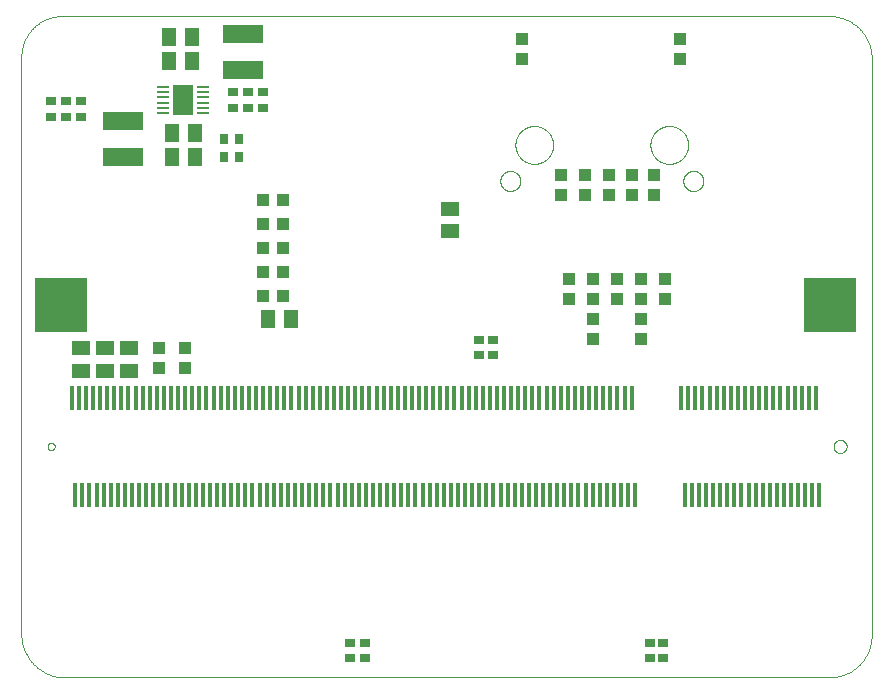
<source format=gbp>
G75*
%MOIN*%
%OFA0B0*%
%FSLAX25Y25*%
%IPPOS*%
%LPD*%
%AMOC8*
5,1,8,0,0,1.08239X$1,22.5*
%
%ADD10C,0.00000*%
%ADD11R,0.01378X0.07874*%
%ADD12R,0.17717X0.18110*%
%ADD13R,0.03937X0.00984*%
%ADD14R,0.06693X0.09843*%
%ADD15R,0.13780X0.05906*%
%ADD16R,0.02756X0.03543*%
%ADD17R,0.03543X0.02756*%
%ADD18R,0.05118X0.05906*%
%ADD19R,0.05906X0.05118*%
%ADD20R,0.04331X0.03937*%
%ADD21R,0.03937X0.04331*%
D10*
X0015673Y0001500D02*
X0270791Y0001500D01*
X0271133Y0001504D01*
X0271476Y0001517D01*
X0271818Y0001537D01*
X0272159Y0001566D01*
X0272499Y0001603D01*
X0272839Y0001649D01*
X0273177Y0001702D01*
X0273514Y0001764D01*
X0273849Y0001834D01*
X0274183Y0001912D01*
X0274514Y0001998D01*
X0274844Y0002092D01*
X0275171Y0002194D01*
X0275495Y0002303D01*
X0275817Y0002421D01*
X0276136Y0002546D01*
X0276451Y0002679D01*
X0276764Y0002820D01*
X0277072Y0002968D01*
X0277378Y0003123D01*
X0277679Y0003286D01*
X0277976Y0003456D01*
X0278269Y0003633D01*
X0278558Y0003818D01*
X0278842Y0004009D01*
X0279122Y0004207D01*
X0279396Y0004411D01*
X0279666Y0004623D01*
X0279930Y0004840D01*
X0280189Y0005064D01*
X0280443Y0005295D01*
X0280691Y0005531D01*
X0280933Y0005773D01*
X0281169Y0006021D01*
X0281400Y0006275D01*
X0281624Y0006534D01*
X0281841Y0006798D01*
X0282053Y0007068D01*
X0282257Y0007342D01*
X0282455Y0007622D01*
X0282646Y0007906D01*
X0282831Y0008195D01*
X0283008Y0008488D01*
X0283178Y0008785D01*
X0283341Y0009086D01*
X0283496Y0009392D01*
X0283644Y0009700D01*
X0283785Y0010013D01*
X0283918Y0010328D01*
X0284043Y0010647D01*
X0284161Y0010969D01*
X0284270Y0011293D01*
X0284372Y0011620D01*
X0284466Y0011950D01*
X0284552Y0012281D01*
X0284630Y0012615D01*
X0284700Y0012950D01*
X0284762Y0013287D01*
X0284815Y0013625D01*
X0284861Y0013965D01*
X0284898Y0014305D01*
X0284927Y0014646D01*
X0284947Y0014988D01*
X0284960Y0015331D01*
X0284964Y0015673D01*
X0284965Y0015673D02*
X0284965Y0207799D01*
X0284964Y0207799D02*
X0284960Y0208141D01*
X0284947Y0208484D01*
X0284927Y0208826D01*
X0284898Y0209167D01*
X0284861Y0209507D01*
X0284815Y0209847D01*
X0284762Y0210185D01*
X0284700Y0210522D01*
X0284630Y0210857D01*
X0284552Y0211191D01*
X0284466Y0211522D01*
X0284372Y0211852D01*
X0284270Y0212179D01*
X0284161Y0212503D01*
X0284043Y0212825D01*
X0283918Y0213144D01*
X0283785Y0213459D01*
X0283644Y0213772D01*
X0283496Y0214080D01*
X0283341Y0214386D01*
X0283178Y0214687D01*
X0283008Y0214984D01*
X0282831Y0215277D01*
X0282646Y0215566D01*
X0282455Y0215850D01*
X0282257Y0216130D01*
X0282053Y0216404D01*
X0281841Y0216674D01*
X0281624Y0216938D01*
X0281400Y0217197D01*
X0281169Y0217451D01*
X0280933Y0217699D01*
X0280691Y0217941D01*
X0280443Y0218177D01*
X0280189Y0218408D01*
X0279930Y0218632D01*
X0279666Y0218849D01*
X0279396Y0219061D01*
X0279122Y0219265D01*
X0278842Y0219463D01*
X0278558Y0219654D01*
X0278269Y0219839D01*
X0277976Y0220016D01*
X0277679Y0220186D01*
X0277378Y0220349D01*
X0277072Y0220504D01*
X0276764Y0220652D01*
X0276451Y0220793D01*
X0276136Y0220926D01*
X0275817Y0221051D01*
X0275495Y0221169D01*
X0275171Y0221278D01*
X0274844Y0221380D01*
X0274514Y0221474D01*
X0274183Y0221560D01*
X0273849Y0221638D01*
X0273514Y0221708D01*
X0273177Y0221770D01*
X0272839Y0221823D01*
X0272499Y0221869D01*
X0272159Y0221906D01*
X0271818Y0221935D01*
X0271476Y0221955D01*
X0271133Y0221968D01*
X0270791Y0221972D01*
X0015673Y0221972D01*
X0001500Y0208799D02*
X0001500Y0016673D01*
X0001492Y0016318D01*
X0001492Y0015963D01*
X0001502Y0015609D01*
X0001520Y0015254D01*
X0001546Y0014901D01*
X0001581Y0014548D01*
X0001625Y0014195D01*
X0001677Y0013845D01*
X0001737Y0013495D01*
X0001806Y0013147D01*
X0001884Y0012801D01*
X0001969Y0012456D01*
X0002063Y0012114D01*
X0002165Y0011774D01*
X0002276Y0011437D01*
X0002394Y0011103D01*
X0002521Y0010771D01*
X0002655Y0010443D01*
X0002798Y0010118D01*
X0002948Y0009797D01*
X0003106Y0009479D01*
X0003271Y0009165D01*
X0003445Y0008855D01*
X0003625Y0008550D01*
X0003813Y0008249D01*
X0004008Y0007953D01*
X0004210Y0007661D01*
X0004419Y0007375D01*
X0004635Y0007093D01*
X0004858Y0006817D01*
X0005088Y0006546D01*
X0005323Y0006281D01*
X0005566Y0006022D01*
X0005814Y0005769D01*
X0006068Y0005521D01*
X0006329Y0005280D01*
X0006595Y0005046D01*
X0006867Y0004817D01*
X0007144Y0004596D01*
X0007426Y0004381D01*
X0007714Y0004173D01*
X0008006Y0003972D01*
X0008303Y0003778D01*
X0008605Y0003592D01*
X0008911Y0003413D01*
X0009222Y0003241D01*
X0009536Y0003077D01*
X0009855Y0002920D01*
X0010177Y0002771D01*
X0010502Y0002630D01*
X0010831Y0002497D01*
X0011163Y0002372D01*
X0011498Y0002255D01*
X0011836Y0002146D01*
X0012176Y0002046D01*
X0012518Y0001953D01*
X0012863Y0001869D01*
X0013210Y0001793D01*
X0013558Y0001726D01*
X0013908Y0001667D01*
X0014259Y0001616D01*
X0014611Y0001574D01*
X0014965Y0001541D01*
X0015319Y0001516D01*
X0015673Y0001500D01*
X0010260Y0078500D02*
X0010262Y0078569D01*
X0010268Y0078637D01*
X0010278Y0078705D01*
X0010292Y0078772D01*
X0010310Y0078839D01*
X0010331Y0078904D01*
X0010357Y0078968D01*
X0010386Y0079030D01*
X0010418Y0079090D01*
X0010454Y0079149D01*
X0010494Y0079205D01*
X0010536Y0079259D01*
X0010582Y0079310D01*
X0010631Y0079359D01*
X0010682Y0079405D01*
X0010736Y0079447D01*
X0010792Y0079487D01*
X0010850Y0079523D01*
X0010911Y0079555D01*
X0010973Y0079584D01*
X0011037Y0079610D01*
X0011102Y0079631D01*
X0011169Y0079649D01*
X0011236Y0079663D01*
X0011304Y0079673D01*
X0011372Y0079679D01*
X0011441Y0079681D01*
X0011510Y0079679D01*
X0011578Y0079673D01*
X0011646Y0079663D01*
X0011713Y0079649D01*
X0011780Y0079631D01*
X0011845Y0079610D01*
X0011909Y0079584D01*
X0011971Y0079555D01*
X0012031Y0079523D01*
X0012090Y0079487D01*
X0012146Y0079447D01*
X0012200Y0079405D01*
X0012251Y0079359D01*
X0012300Y0079310D01*
X0012346Y0079259D01*
X0012388Y0079205D01*
X0012428Y0079149D01*
X0012464Y0079090D01*
X0012496Y0079030D01*
X0012525Y0078968D01*
X0012551Y0078904D01*
X0012572Y0078839D01*
X0012590Y0078772D01*
X0012604Y0078705D01*
X0012614Y0078637D01*
X0012620Y0078569D01*
X0012622Y0078500D01*
X0012620Y0078431D01*
X0012614Y0078363D01*
X0012604Y0078295D01*
X0012590Y0078228D01*
X0012572Y0078161D01*
X0012551Y0078096D01*
X0012525Y0078032D01*
X0012496Y0077970D01*
X0012464Y0077909D01*
X0012428Y0077851D01*
X0012388Y0077795D01*
X0012346Y0077741D01*
X0012300Y0077690D01*
X0012251Y0077641D01*
X0012200Y0077595D01*
X0012146Y0077553D01*
X0012090Y0077513D01*
X0012032Y0077477D01*
X0011971Y0077445D01*
X0011909Y0077416D01*
X0011845Y0077390D01*
X0011780Y0077369D01*
X0011713Y0077351D01*
X0011646Y0077337D01*
X0011578Y0077327D01*
X0011510Y0077321D01*
X0011441Y0077319D01*
X0011372Y0077321D01*
X0011304Y0077327D01*
X0011236Y0077337D01*
X0011169Y0077351D01*
X0011102Y0077369D01*
X0011037Y0077390D01*
X0010973Y0077416D01*
X0010911Y0077445D01*
X0010850Y0077477D01*
X0010792Y0077513D01*
X0010736Y0077553D01*
X0010682Y0077595D01*
X0010631Y0077641D01*
X0010582Y0077690D01*
X0010536Y0077741D01*
X0010494Y0077795D01*
X0010454Y0077851D01*
X0010418Y0077909D01*
X0010386Y0077970D01*
X0010357Y0078032D01*
X0010331Y0078096D01*
X0010310Y0078161D01*
X0010292Y0078228D01*
X0010278Y0078295D01*
X0010268Y0078363D01*
X0010262Y0078431D01*
X0010260Y0078500D01*
X0161142Y0166992D02*
X0161144Y0167107D01*
X0161150Y0167223D01*
X0161160Y0167338D01*
X0161174Y0167453D01*
X0161192Y0167567D01*
X0161214Y0167680D01*
X0161239Y0167793D01*
X0161269Y0167904D01*
X0161302Y0168015D01*
X0161339Y0168124D01*
X0161380Y0168232D01*
X0161425Y0168339D01*
X0161473Y0168444D01*
X0161525Y0168547D01*
X0161581Y0168648D01*
X0161640Y0168748D01*
X0161702Y0168845D01*
X0161768Y0168940D01*
X0161836Y0169033D01*
X0161908Y0169123D01*
X0161983Y0169211D01*
X0162062Y0169296D01*
X0162143Y0169378D01*
X0162226Y0169458D01*
X0162313Y0169534D01*
X0162402Y0169608D01*
X0162493Y0169678D01*
X0162587Y0169746D01*
X0162683Y0169810D01*
X0162782Y0169870D01*
X0162882Y0169927D01*
X0162984Y0169981D01*
X0163088Y0170031D01*
X0163194Y0170078D01*
X0163301Y0170121D01*
X0163410Y0170160D01*
X0163520Y0170195D01*
X0163631Y0170226D01*
X0163743Y0170254D01*
X0163856Y0170278D01*
X0163970Y0170298D01*
X0164085Y0170314D01*
X0164200Y0170326D01*
X0164315Y0170334D01*
X0164430Y0170338D01*
X0164546Y0170338D01*
X0164661Y0170334D01*
X0164776Y0170326D01*
X0164891Y0170314D01*
X0165006Y0170298D01*
X0165120Y0170278D01*
X0165233Y0170254D01*
X0165345Y0170226D01*
X0165456Y0170195D01*
X0165566Y0170160D01*
X0165675Y0170121D01*
X0165782Y0170078D01*
X0165888Y0170031D01*
X0165992Y0169981D01*
X0166094Y0169927D01*
X0166194Y0169870D01*
X0166293Y0169810D01*
X0166389Y0169746D01*
X0166483Y0169678D01*
X0166574Y0169608D01*
X0166663Y0169534D01*
X0166750Y0169458D01*
X0166833Y0169378D01*
X0166914Y0169296D01*
X0166993Y0169211D01*
X0167068Y0169123D01*
X0167140Y0169033D01*
X0167208Y0168940D01*
X0167274Y0168845D01*
X0167336Y0168748D01*
X0167395Y0168648D01*
X0167451Y0168547D01*
X0167503Y0168444D01*
X0167551Y0168339D01*
X0167596Y0168232D01*
X0167637Y0168124D01*
X0167674Y0168015D01*
X0167707Y0167904D01*
X0167737Y0167793D01*
X0167762Y0167680D01*
X0167784Y0167567D01*
X0167802Y0167453D01*
X0167816Y0167338D01*
X0167826Y0167223D01*
X0167832Y0167107D01*
X0167834Y0166992D01*
X0167832Y0166877D01*
X0167826Y0166761D01*
X0167816Y0166646D01*
X0167802Y0166531D01*
X0167784Y0166417D01*
X0167762Y0166304D01*
X0167737Y0166191D01*
X0167707Y0166080D01*
X0167674Y0165969D01*
X0167637Y0165860D01*
X0167596Y0165752D01*
X0167551Y0165645D01*
X0167503Y0165540D01*
X0167451Y0165437D01*
X0167395Y0165336D01*
X0167336Y0165236D01*
X0167274Y0165139D01*
X0167208Y0165044D01*
X0167140Y0164951D01*
X0167068Y0164861D01*
X0166993Y0164773D01*
X0166914Y0164688D01*
X0166833Y0164606D01*
X0166750Y0164526D01*
X0166663Y0164450D01*
X0166574Y0164376D01*
X0166483Y0164306D01*
X0166389Y0164238D01*
X0166293Y0164174D01*
X0166194Y0164114D01*
X0166094Y0164057D01*
X0165992Y0164003D01*
X0165888Y0163953D01*
X0165782Y0163906D01*
X0165675Y0163863D01*
X0165566Y0163824D01*
X0165456Y0163789D01*
X0165345Y0163758D01*
X0165233Y0163730D01*
X0165120Y0163706D01*
X0165006Y0163686D01*
X0164891Y0163670D01*
X0164776Y0163658D01*
X0164661Y0163650D01*
X0164546Y0163646D01*
X0164430Y0163646D01*
X0164315Y0163650D01*
X0164200Y0163658D01*
X0164085Y0163670D01*
X0163970Y0163686D01*
X0163856Y0163706D01*
X0163743Y0163730D01*
X0163631Y0163758D01*
X0163520Y0163789D01*
X0163410Y0163824D01*
X0163301Y0163863D01*
X0163194Y0163906D01*
X0163088Y0163953D01*
X0162984Y0164003D01*
X0162882Y0164057D01*
X0162782Y0164114D01*
X0162683Y0164174D01*
X0162587Y0164238D01*
X0162493Y0164306D01*
X0162402Y0164376D01*
X0162313Y0164450D01*
X0162226Y0164526D01*
X0162143Y0164606D01*
X0162062Y0164688D01*
X0161983Y0164773D01*
X0161908Y0164861D01*
X0161836Y0164951D01*
X0161768Y0165044D01*
X0161702Y0165139D01*
X0161640Y0165236D01*
X0161581Y0165336D01*
X0161525Y0165437D01*
X0161473Y0165540D01*
X0161425Y0165645D01*
X0161380Y0165752D01*
X0161339Y0165860D01*
X0161302Y0165969D01*
X0161269Y0166080D01*
X0161239Y0166191D01*
X0161214Y0166304D01*
X0161192Y0166417D01*
X0161174Y0166531D01*
X0161160Y0166646D01*
X0161150Y0166761D01*
X0161144Y0166877D01*
X0161142Y0166992D01*
X0166201Y0179000D02*
X0166203Y0179158D01*
X0166209Y0179316D01*
X0166219Y0179474D01*
X0166233Y0179632D01*
X0166251Y0179789D01*
X0166272Y0179946D01*
X0166298Y0180102D01*
X0166328Y0180258D01*
X0166361Y0180413D01*
X0166399Y0180566D01*
X0166440Y0180719D01*
X0166485Y0180871D01*
X0166534Y0181022D01*
X0166587Y0181171D01*
X0166643Y0181319D01*
X0166703Y0181465D01*
X0166767Y0181610D01*
X0166835Y0181753D01*
X0166906Y0181895D01*
X0166980Y0182035D01*
X0167058Y0182172D01*
X0167140Y0182308D01*
X0167224Y0182442D01*
X0167313Y0182573D01*
X0167404Y0182702D01*
X0167499Y0182829D01*
X0167596Y0182954D01*
X0167697Y0183076D01*
X0167801Y0183195D01*
X0167908Y0183312D01*
X0168018Y0183426D01*
X0168131Y0183537D01*
X0168246Y0183646D01*
X0168364Y0183751D01*
X0168485Y0183853D01*
X0168608Y0183953D01*
X0168734Y0184049D01*
X0168862Y0184142D01*
X0168992Y0184232D01*
X0169125Y0184318D01*
X0169260Y0184402D01*
X0169396Y0184481D01*
X0169535Y0184558D01*
X0169676Y0184630D01*
X0169818Y0184700D01*
X0169962Y0184765D01*
X0170108Y0184827D01*
X0170255Y0184885D01*
X0170404Y0184940D01*
X0170554Y0184991D01*
X0170705Y0185038D01*
X0170857Y0185081D01*
X0171010Y0185120D01*
X0171165Y0185156D01*
X0171320Y0185187D01*
X0171476Y0185215D01*
X0171632Y0185239D01*
X0171789Y0185259D01*
X0171947Y0185275D01*
X0172104Y0185287D01*
X0172263Y0185295D01*
X0172421Y0185299D01*
X0172579Y0185299D01*
X0172737Y0185295D01*
X0172896Y0185287D01*
X0173053Y0185275D01*
X0173211Y0185259D01*
X0173368Y0185239D01*
X0173524Y0185215D01*
X0173680Y0185187D01*
X0173835Y0185156D01*
X0173990Y0185120D01*
X0174143Y0185081D01*
X0174295Y0185038D01*
X0174446Y0184991D01*
X0174596Y0184940D01*
X0174745Y0184885D01*
X0174892Y0184827D01*
X0175038Y0184765D01*
X0175182Y0184700D01*
X0175324Y0184630D01*
X0175465Y0184558D01*
X0175604Y0184481D01*
X0175740Y0184402D01*
X0175875Y0184318D01*
X0176008Y0184232D01*
X0176138Y0184142D01*
X0176266Y0184049D01*
X0176392Y0183953D01*
X0176515Y0183853D01*
X0176636Y0183751D01*
X0176754Y0183646D01*
X0176869Y0183537D01*
X0176982Y0183426D01*
X0177092Y0183312D01*
X0177199Y0183195D01*
X0177303Y0183076D01*
X0177404Y0182954D01*
X0177501Y0182829D01*
X0177596Y0182702D01*
X0177687Y0182573D01*
X0177776Y0182442D01*
X0177860Y0182308D01*
X0177942Y0182172D01*
X0178020Y0182035D01*
X0178094Y0181895D01*
X0178165Y0181753D01*
X0178233Y0181610D01*
X0178297Y0181465D01*
X0178357Y0181319D01*
X0178413Y0181171D01*
X0178466Y0181022D01*
X0178515Y0180871D01*
X0178560Y0180719D01*
X0178601Y0180566D01*
X0178639Y0180413D01*
X0178672Y0180258D01*
X0178702Y0180102D01*
X0178728Y0179946D01*
X0178749Y0179789D01*
X0178767Y0179632D01*
X0178781Y0179474D01*
X0178791Y0179316D01*
X0178797Y0179158D01*
X0178799Y0179000D01*
X0178797Y0178842D01*
X0178791Y0178684D01*
X0178781Y0178526D01*
X0178767Y0178368D01*
X0178749Y0178211D01*
X0178728Y0178054D01*
X0178702Y0177898D01*
X0178672Y0177742D01*
X0178639Y0177587D01*
X0178601Y0177434D01*
X0178560Y0177281D01*
X0178515Y0177129D01*
X0178466Y0176978D01*
X0178413Y0176829D01*
X0178357Y0176681D01*
X0178297Y0176535D01*
X0178233Y0176390D01*
X0178165Y0176247D01*
X0178094Y0176105D01*
X0178020Y0175965D01*
X0177942Y0175828D01*
X0177860Y0175692D01*
X0177776Y0175558D01*
X0177687Y0175427D01*
X0177596Y0175298D01*
X0177501Y0175171D01*
X0177404Y0175046D01*
X0177303Y0174924D01*
X0177199Y0174805D01*
X0177092Y0174688D01*
X0176982Y0174574D01*
X0176869Y0174463D01*
X0176754Y0174354D01*
X0176636Y0174249D01*
X0176515Y0174147D01*
X0176392Y0174047D01*
X0176266Y0173951D01*
X0176138Y0173858D01*
X0176008Y0173768D01*
X0175875Y0173682D01*
X0175740Y0173598D01*
X0175604Y0173519D01*
X0175465Y0173442D01*
X0175324Y0173370D01*
X0175182Y0173300D01*
X0175038Y0173235D01*
X0174892Y0173173D01*
X0174745Y0173115D01*
X0174596Y0173060D01*
X0174446Y0173009D01*
X0174295Y0172962D01*
X0174143Y0172919D01*
X0173990Y0172880D01*
X0173835Y0172844D01*
X0173680Y0172813D01*
X0173524Y0172785D01*
X0173368Y0172761D01*
X0173211Y0172741D01*
X0173053Y0172725D01*
X0172896Y0172713D01*
X0172737Y0172705D01*
X0172579Y0172701D01*
X0172421Y0172701D01*
X0172263Y0172705D01*
X0172104Y0172713D01*
X0171947Y0172725D01*
X0171789Y0172741D01*
X0171632Y0172761D01*
X0171476Y0172785D01*
X0171320Y0172813D01*
X0171165Y0172844D01*
X0171010Y0172880D01*
X0170857Y0172919D01*
X0170705Y0172962D01*
X0170554Y0173009D01*
X0170404Y0173060D01*
X0170255Y0173115D01*
X0170108Y0173173D01*
X0169962Y0173235D01*
X0169818Y0173300D01*
X0169676Y0173370D01*
X0169535Y0173442D01*
X0169396Y0173519D01*
X0169260Y0173598D01*
X0169125Y0173682D01*
X0168992Y0173768D01*
X0168862Y0173858D01*
X0168734Y0173951D01*
X0168608Y0174047D01*
X0168485Y0174147D01*
X0168364Y0174249D01*
X0168246Y0174354D01*
X0168131Y0174463D01*
X0168018Y0174574D01*
X0167908Y0174688D01*
X0167801Y0174805D01*
X0167697Y0174924D01*
X0167596Y0175046D01*
X0167499Y0175171D01*
X0167404Y0175298D01*
X0167313Y0175427D01*
X0167224Y0175558D01*
X0167140Y0175692D01*
X0167058Y0175828D01*
X0166980Y0175965D01*
X0166906Y0176105D01*
X0166835Y0176247D01*
X0166767Y0176390D01*
X0166703Y0176535D01*
X0166643Y0176681D01*
X0166587Y0176829D01*
X0166534Y0176978D01*
X0166485Y0177129D01*
X0166440Y0177281D01*
X0166399Y0177434D01*
X0166361Y0177587D01*
X0166328Y0177742D01*
X0166298Y0177898D01*
X0166272Y0178054D01*
X0166251Y0178211D01*
X0166233Y0178368D01*
X0166219Y0178526D01*
X0166209Y0178684D01*
X0166203Y0178842D01*
X0166201Y0179000D01*
X0211201Y0179000D02*
X0211203Y0179158D01*
X0211209Y0179316D01*
X0211219Y0179474D01*
X0211233Y0179632D01*
X0211251Y0179789D01*
X0211272Y0179946D01*
X0211298Y0180102D01*
X0211328Y0180258D01*
X0211361Y0180413D01*
X0211399Y0180566D01*
X0211440Y0180719D01*
X0211485Y0180871D01*
X0211534Y0181022D01*
X0211587Y0181171D01*
X0211643Y0181319D01*
X0211703Y0181465D01*
X0211767Y0181610D01*
X0211835Y0181753D01*
X0211906Y0181895D01*
X0211980Y0182035D01*
X0212058Y0182172D01*
X0212140Y0182308D01*
X0212224Y0182442D01*
X0212313Y0182573D01*
X0212404Y0182702D01*
X0212499Y0182829D01*
X0212596Y0182954D01*
X0212697Y0183076D01*
X0212801Y0183195D01*
X0212908Y0183312D01*
X0213018Y0183426D01*
X0213131Y0183537D01*
X0213246Y0183646D01*
X0213364Y0183751D01*
X0213485Y0183853D01*
X0213608Y0183953D01*
X0213734Y0184049D01*
X0213862Y0184142D01*
X0213992Y0184232D01*
X0214125Y0184318D01*
X0214260Y0184402D01*
X0214396Y0184481D01*
X0214535Y0184558D01*
X0214676Y0184630D01*
X0214818Y0184700D01*
X0214962Y0184765D01*
X0215108Y0184827D01*
X0215255Y0184885D01*
X0215404Y0184940D01*
X0215554Y0184991D01*
X0215705Y0185038D01*
X0215857Y0185081D01*
X0216010Y0185120D01*
X0216165Y0185156D01*
X0216320Y0185187D01*
X0216476Y0185215D01*
X0216632Y0185239D01*
X0216789Y0185259D01*
X0216947Y0185275D01*
X0217104Y0185287D01*
X0217263Y0185295D01*
X0217421Y0185299D01*
X0217579Y0185299D01*
X0217737Y0185295D01*
X0217896Y0185287D01*
X0218053Y0185275D01*
X0218211Y0185259D01*
X0218368Y0185239D01*
X0218524Y0185215D01*
X0218680Y0185187D01*
X0218835Y0185156D01*
X0218990Y0185120D01*
X0219143Y0185081D01*
X0219295Y0185038D01*
X0219446Y0184991D01*
X0219596Y0184940D01*
X0219745Y0184885D01*
X0219892Y0184827D01*
X0220038Y0184765D01*
X0220182Y0184700D01*
X0220324Y0184630D01*
X0220465Y0184558D01*
X0220604Y0184481D01*
X0220740Y0184402D01*
X0220875Y0184318D01*
X0221008Y0184232D01*
X0221138Y0184142D01*
X0221266Y0184049D01*
X0221392Y0183953D01*
X0221515Y0183853D01*
X0221636Y0183751D01*
X0221754Y0183646D01*
X0221869Y0183537D01*
X0221982Y0183426D01*
X0222092Y0183312D01*
X0222199Y0183195D01*
X0222303Y0183076D01*
X0222404Y0182954D01*
X0222501Y0182829D01*
X0222596Y0182702D01*
X0222687Y0182573D01*
X0222776Y0182442D01*
X0222860Y0182308D01*
X0222942Y0182172D01*
X0223020Y0182035D01*
X0223094Y0181895D01*
X0223165Y0181753D01*
X0223233Y0181610D01*
X0223297Y0181465D01*
X0223357Y0181319D01*
X0223413Y0181171D01*
X0223466Y0181022D01*
X0223515Y0180871D01*
X0223560Y0180719D01*
X0223601Y0180566D01*
X0223639Y0180413D01*
X0223672Y0180258D01*
X0223702Y0180102D01*
X0223728Y0179946D01*
X0223749Y0179789D01*
X0223767Y0179632D01*
X0223781Y0179474D01*
X0223791Y0179316D01*
X0223797Y0179158D01*
X0223799Y0179000D01*
X0223797Y0178842D01*
X0223791Y0178684D01*
X0223781Y0178526D01*
X0223767Y0178368D01*
X0223749Y0178211D01*
X0223728Y0178054D01*
X0223702Y0177898D01*
X0223672Y0177742D01*
X0223639Y0177587D01*
X0223601Y0177434D01*
X0223560Y0177281D01*
X0223515Y0177129D01*
X0223466Y0176978D01*
X0223413Y0176829D01*
X0223357Y0176681D01*
X0223297Y0176535D01*
X0223233Y0176390D01*
X0223165Y0176247D01*
X0223094Y0176105D01*
X0223020Y0175965D01*
X0222942Y0175828D01*
X0222860Y0175692D01*
X0222776Y0175558D01*
X0222687Y0175427D01*
X0222596Y0175298D01*
X0222501Y0175171D01*
X0222404Y0175046D01*
X0222303Y0174924D01*
X0222199Y0174805D01*
X0222092Y0174688D01*
X0221982Y0174574D01*
X0221869Y0174463D01*
X0221754Y0174354D01*
X0221636Y0174249D01*
X0221515Y0174147D01*
X0221392Y0174047D01*
X0221266Y0173951D01*
X0221138Y0173858D01*
X0221008Y0173768D01*
X0220875Y0173682D01*
X0220740Y0173598D01*
X0220604Y0173519D01*
X0220465Y0173442D01*
X0220324Y0173370D01*
X0220182Y0173300D01*
X0220038Y0173235D01*
X0219892Y0173173D01*
X0219745Y0173115D01*
X0219596Y0173060D01*
X0219446Y0173009D01*
X0219295Y0172962D01*
X0219143Y0172919D01*
X0218990Y0172880D01*
X0218835Y0172844D01*
X0218680Y0172813D01*
X0218524Y0172785D01*
X0218368Y0172761D01*
X0218211Y0172741D01*
X0218053Y0172725D01*
X0217896Y0172713D01*
X0217737Y0172705D01*
X0217579Y0172701D01*
X0217421Y0172701D01*
X0217263Y0172705D01*
X0217104Y0172713D01*
X0216947Y0172725D01*
X0216789Y0172741D01*
X0216632Y0172761D01*
X0216476Y0172785D01*
X0216320Y0172813D01*
X0216165Y0172844D01*
X0216010Y0172880D01*
X0215857Y0172919D01*
X0215705Y0172962D01*
X0215554Y0173009D01*
X0215404Y0173060D01*
X0215255Y0173115D01*
X0215108Y0173173D01*
X0214962Y0173235D01*
X0214818Y0173300D01*
X0214676Y0173370D01*
X0214535Y0173442D01*
X0214396Y0173519D01*
X0214260Y0173598D01*
X0214125Y0173682D01*
X0213992Y0173768D01*
X0213862Y0173858D01*
X0213734Y0173951D01*
X0213608Y0174047D01*
X0213485Y0174147D01*
X0213364Y0174249D01*
X0213246Y0174354D01*
X0213131Y0174463D01*
X0213018Y0174574D01*
X0212908Y0174688D01*
X0212801Y0174805D01*
X0212697Y0174924D01*
X0212596Y0175046D01*
X0212499Y0175171D01*
X0212404Y0175298D01*
X0212313Y0175427D01*
X0212224Y0175558D01*
X0212140Y0175692D01*
X0212058Y0175828D01*
X0211980Y0175965D01*
X0211906Y0176105D01*
X0211835Y0176247D01*
X0211767Y0176390D01*
X0211703Y0176535D01*
X0211643Y0176681D01*
X0211587Y0176829D01*
X0211534Y0176978D01*
X0211485Y0177129D01*
X0211440Y0177281D01*
X0211399Y0177434D01*
X0211361Y0177587D01*
X0211328Y0177742D01*
X0211298Y0177898D01*
X0211272Y0178054D01*
X0211251Y0178211D01*
X0211233Y0178368D01*
X0211219Y0178526D01*
X0211209Y0178684D01*
X0211203Y0178842D01*
X0211201Y0179000D01*
X0222166Y0166992D02*
X0222168Y0167107D01*
X0222174Y0167223D01*
X0222184Y0167338D01*
X0222198Y0167453D01*
X0222216Y0167567D01*
X0222238Y0167680D01*
X0222263Y0167793D01*
X0222293Y0167904D01*
X0222326Y0168015D01*
X0222363Y0168124D01*
X0222404Y0168232D01*
X0222449Y0168339D01*
X0222497Y0168444D01*
X0222549Y0168547D01*
X0222605Y0168648D01*
X0222664Y0168748D01*
X0222726Y0168845D01*
X0222792Y0168940D01*
X0222860Y0169033D01*
X0222932Y0169123D01*
X0223007Y0169211D01*
X0223086Y0169296D01*
X0223167Y0169378D01*
X0223250Y0169458D01*
X0223337Y0169534D01*
X0223426Y0169608D01*
X0223517Y0169678D01*
X0223611Y0169746D01*
X0223707Y0169810D01*
X0223806Y0169870D01*
X0223906Y0169927D01*
X0224008Y0169981D01*
X0224112Y0170031D01*
X0224218Y0170078D01*
X0224325Y0170121D01*
X0224434Y0170160D01*
X0224544Y0170195D01*
X0224655Y0170226D01*
X0224767Y0170254D01*
X0224880Y0170278D01*
X0224994Y0170298D01*
X0225109Y0170314D01*
X0225224Y0170326D01*
X0225339Y0170334D01*
X0225454Y0170338D01*
X0225570Y0170338D01*
X0225685Y0170334D01*
X0225800Y0170326D01*
X0225915Y0170314D01*
X0226030Y0170298D01*
X0226144Y0170278D01*
X0226257Y0170254D01*
X0226369Y0170226D01*
X0226480Y0170195D01*
X0226590Y0170160D01*
X0226699Y0170121D01*
X0226806Y0170078D01*
X0226912Y0170031D01*
X0227016Y0169981D01*
X0227118Y0169927D01*
X0227218Y0169870D01*
X0227317Y0169810D01*
X0227413Y0169746D01*
X0227507Y0169678D01*
X0227598Y0169608D01*
X0227687Y0169534D01*
X0227774Y0169458D01*
X0227857Y0169378D01*
X0227938Y0169296D01*
X0228017Y0169211D01*
X0228092Y0169123D01*
X0228164Y0169033D01*
X0228232Y0168940D01*
X0228298Y0168845D01*
X0228360Y0168748D01*
X0228419Y0168648D01*
X0228475Y0168547D01*
X0228527Y0168444D01*
X0228575Y0168339D01*
X0228620Y0168232D01*
X0228661Y0168124D01*
X0228698Y0168015D01*
X0228731Y0167904D01*
X0228761Y0167793D01*
X0228786Y0167680D01*
X0228808Y0167567D01*
X0228826Y0167453D01*
X0228840Y0167338D01*
X0228850Y0167223D01*
X0228856Y0167107D01*
X0228858Y0166992D01*
X0228856Y0166877D01*
X0228850Y0166761D01*
X0228840Y0166646D01*
X0228826Y0166531D01*
X0228808Y0166417D01*
X0228786Y0166304D01*
X0228761Y0166191D01*
X0228731Y0166080D01*
X0228698Y0165969D01*
X0228661Y0165860D01*
X0228620Y0165752D01*
X0228575Y0165645D01*
X0228527Y0165540D01*
X0228475Y0165437D01*
X0228419Y0165336D01*
X0228360Y0165236D01*
X0228298Y0165139D01*
X0228232Y0165044D01*
X0228164Y0164951D01*
X0228092Y0164861D01*
X0228017Y0164773D01*
X0227938Y0164688D01*
X0227857Y0164606D01*
X0227774Y0164526D01*
X0227687Y0164450D01*
X0227598Y0164376D01*
X0227507Y0164306D01*
X0227413Y0164238D01*
X0227317Y0164174D01*
X0227218Y0164114D01*
X0227118Y0164057D01*
X0227016Y0164003D01*
X0226912Y0163953D01*
X0226806Y0163906D01*
X0226699Y0163863D01*
X0226590Y0163824D01*
X0226480Y0163789D01*
X0226369Y0163758D01*
X0226257Y0163730D01*
X0226144Y0163706D01*
X0226030Y0163686D01*
X0225915Y0163670D01*
X0225800Y0163658D01*
X0225685Y0163650D01*
X0225570Y0163646D01*
X0225454Y0163646D01*
X0225339Y0163650D01*
X0225224Y0163658D01*
X0225109Y0163670D01*
X0224994Y0163686D01*
X0224880Y0163706D01*
X0224767Y0163730D01*
X0224655Y0163758D01*
X0224544Y0163789D01*
X0224434Y0163824D01*
X0224325Y0163863D01*
X0224218Y0163906D01*
X0224112Y0163953D01*
X0224008Y0164003D01*
X0223906Y0164057D01*
X0223806Y0164114D01*
X0223707Y0164174D01*
X0223611Y0164238D01*
X0223517Y0164306D01*
X0223426Y0164376D01*
X0223337Y0164450D01*
X0223250Y0164526D01*
X0223167Y0164606D01*
X0223086Y0164688D01*
X0223007Y0164773D01*
X0222932Y0164861D01*
X0222860Y0164951D01*
X0222792Y0165044D01*
X0222726Y0165139D01*
X0222664Y0165236D01*
X0222605Y0165336D01*
X0222549Y0165437D01*
X0222497Y0165540D01*
X0222449Y0165645D01*
X0222404Y0165752D01*
X0222363Y0165860D01*
X0222326Y0165969D01*
X0222293Y0166080D01*
X0222263Y0166191D01*
X0222238Y0166304D01*
X0222216Y0166417D01*
X0222198Y0166531D01*
X0222184Y0166646D01*
X0222174Y0166761D01*
X0222168Y0166877D01*
X0222166Y0166992D01*
X0272268Y0078500D02*
X0272270Y0078593D01*
X0272276Y0078685D01*
X0272286Y0078777D01*
X0272300Y0078868D01*
X0272317Y0078959D01*
X0272339Y0079049D01*
X0272364Y0079138D01*
X0272393Y0079226D01*
X0272426Y0079312D01*
X0272463Y0079397D01*
X0272503Y0079481D01*
X0272547Y0079562D01*
X0272594Y0079642D01*
X0272644Y0079720D01*
X0272698Y0079795D01*
X0272755Y0079868D01*
X0272815Y0079938D01*
X0272878Y0080006D01*
X0272944Y0080071D01*
X0273012Y0080133D01*
X0273083Y0080193D01*
X0273157Y0080249D01*
X0273233Y0080302D01*
X0273311Y0080351D01*
X0273391Y0080398D01*
X0273473Y0080440D01*
X0273557Y0080480D01*
X0273642Y0080515D01*
X0273729Y0080547D01*
X0273817Y0080576D01*
X0273906Y0080600D01*
X0273996Y0080621D01*
X0274087Y0080637D01*
X0274179Y0080650D01*
X0274271Y0080659D01*
X0274364Y0080664D01*
X0274456Y0080665D01*
X0274549Y0080662D01*
X0274641Y0080655D01*
X0274733Y0080644D01*
X0274824Y0080629D01*
X0274915Y0080611D01*
X0275005Y0080588D01*
X0275093Y0080562D01*
X0275181Y0080532D01*
X0275267Y0080498D01*
X0275351Y0080461D01*
X0275434Y0080419D01*
X0275515Y0080375D01*
X0275595Y0080327D01*
X0275672Y0080276D01*
X0275746Y0080221D01*
X0275819Y0080163D01*
X0275889Y0080103D01*
X0275956Y0080039D01*
X0276020Y0079973D01*
X0276082Y0079903D01*
X0276140Y0079832D01*
X0276195Y0079758D01*
X0276247Y0079681D01*
X0276296Y0079602D01*
X0276342Y0079522D01*
X0276384Y0079439D01*
X0276422Y0079355D01*
X0276457Y0079269D01*
X0276488Y0079182D01*
X0276515Y0079094D01*
X0276538Y0079004D01*
X0276558Y0078914D01*
X0276574Y0078823D01*
X0276586Y0078731D01*
X0276594Y0078639D01*
X0276598Y0078546D01*
X0276598Y0078454D01*
X0276594Y0078361D01*
X0276586Y0078269D01*
X0276574Y0078177D01*
X0276558Y0078086D01*
X0276538Y0077996D01*
X0276515Y0077906D01*
X0276488Y0077818D01*
X0276457Y0077731D01*
X0276422Y0077645D01*
X0276384Y0077561D01*
X0276342Y0077478D01*
X0276296Y0077398D01*
X0276247Y0077319D01*
X0276195Y0077242D01*
X0276140Y0077168D01*
X0276082Y0077097D01*
X0276020Y0077027D01*
X0275956Y0076961D01*
X0275889Y0076897D01*
X0275819Y0076837D01*
X0275746Y0076779D01*
X0275672Y0076724D01*
X0275595Y0076673D01*
X0275516Y0076625D01*
X0275434Y0076581D01*
X0275351Y0076539D01*
X0275267Y0076502D01*
X0275181Y0076468D01*
X0275093Y0076438D01*
X0275005Y0076412D01*
X0274915Y0076389D01*
X0274824Y0076371D01*
X0274733Y0076356D01*
X0274641Y0076345D01*
X0274549Y0076338D01*
X0274456Y0076335D01*
X0274364Y0076336D01*
X0274271Y0076341D01*
X0274179Y0076350D01*
X0274087Y0076363D01*
X0273996Y0076379D01*
X0273906Y0076400D01*
X0273817Y0076424D01*
X0273729Y0076453D01*
X0273642Y0076485D01*
X0273557Y0076520D01*
X0273473Y0076560D01*
X0273391Y0076602D01*
X0273311Y0076649D01*
X0273233Y0076698D01*
X0273157Y0076751D01*
X0273083Y0076807D01*
X0273012Y0076867D01*
X0272944Y0076929D01*
X0272878Y0076994D01*
X0272815Y0077062D01*
X0272755Y0077132D01*
X0272698Y0077205D01*
X0272644Y0077280D01*
X0272594Y0077358D01*
X0272547Y0077438D01*
X0272503Y0077519D01*
X0272463Y0077603D01*
X0272426Y0077688D01*
X0272393Y0077774D01*
X0272364Y0077862D01*
X0272339Y0077951D01*
X0272317Y0078041D01*
X0272300Y0078132D01*
X0272286Y0078223D01*
X0272276Y0078315D01*
X0272270Y0078407D01*
X0272268Y0078500D01*
X0015673Y0221972D02*
X0015342Y0221980D01*
X0015012Y0221980D01*
X0014681Y0221972D01*
X0014351Y0221956D01*
X0014021Y0221932D01*
X0013692Y0221901D01*
X0013364Y0221861D01*
X0013037Y0221813D01*
X0012711Y0221758D01*
X0012386Y0221694D01*
X0012063Y0221623D01*
X0011742Y0221544D01*
X0011423Y0221457D01*
X0011107Y0221363D01*
X0010792Y0221261D01*
X0010480Y0221151D01*
X0010171Y0221034D01*
X0009865Y0220909D01*
X0009562Y0220777D01*
X0009262Y0220638D01*
X0008965Y0220492D01*
X0008672Y0220338D01*
X0008383Y0220177D01*
X0008098Y0220010D01*
X0007817Y0219836D01*
X0007541Y0219654D01*
X0007269Y0219467D01*
X0007001Y0219272D01*
X0006738Y0219072D01*
X0006480Y0218865D01*
X0006228Y0218652D01*
X0005980Y0218433D01*
X0005738Y0218207D01*
X0005501Y0217977D01*
X0005270Y0217740D01*
X0005045Y0217498D01*
X0004826Y0217251D01*
X0004612Y0216998D01*
X0004405Y0216740D01*
X0004204Y0216478D01*
X0004010Y0216210D01*
X0003822Y0215938D01*
X0003641Y0215662D01*
X0003466Y0215381D01*
X0003299Y0215096D01*
X0003138Y0214807D01*
X0002984Y0214514D01*
X0002838Y0214218D01*
X0002698Y0213918D01*
X0002566Y0213615D01*
X0002441Y0213309D01*
X0002324Y0213000D01*
X0002214Y0212688D01*
X0002112Y0212373D01*
X0002017Y0212057D01*
X0001930Y0211738D01*
X0001851Y0211417D01*
X0001779Y0211094D01*
X0001716Y0210769D01*
X0001660Y0210443D01*
X0001612Y0210116D01*
X0001572Y0209788D01*
X0001540Y0209459D01*
X0001516Y0209129D01*
X0001500Y0208799D01*
D11*
X0018331Y0094642D03*
X0020693Y0094642D03*
X0023055Y0094642D03*
X0025417Y0094642D03*
X0027780Y0094642D03*
X0030142Y0094642D03*
X0032504Y0094642D03*
X0034866Y0094642D03*
X0037228Y0094642D03*
X0039591Y0094642D03*
X0041953Y0094642D03*
X0044315Y0094642D03*
X0046677Y0094642D03*
X0049039Y0094642D03*
X0051402Y0094642D03*
X0053764Y0094642D03*
X0056126Y0094642D03*
X0058488Y0094642D03*
X0060850Y0094642D03*
X0063213Y0094642D03*
X0065575Y0094642D03*
X0067937Y0094642D03*
X0070299Y0094642D03*
X0072661Y0094642D03*
X0075024Y0094642D03*
X0077386Y0094642D03*
X0079748Y0094642D03*
X0082110Y0094642D03*
X0084472Y0094642D03*
X0086835Y0094642D03*
X0089197Y0094642D03*
X0091559Y0094642D03*
X0093921Y0094642D03*
X0096283Y0094642D03*
X0098646Y0094642D03*
X0101008Y0094642D03*
X0103370Y0094642D03*
X0105732Y0094642D03*
X0108094Y0094642D03*
X0110457Y0094642D03*
X0112819Y0094642D03*
X0115181Y0094642D03*
X0117543Y0094642D03*
X0119906Y0094642D03*
X0122268Y0094642D03*
X0124630Y0094642D03*
X0126992Y0094642D03*
X0129354Y0094642D03*
X0131717Y0094642D03*
X0134079Y0094642D03*
X0136441Y0094642D03*
X0138803Y0094642D03*
X0141165Y0094642D03*
X0143528Y0094642D03*
X0145890Y0094642D03*
X0148252Y0094642D03*
X0150614Y0094642D03*
X0152976Y0094642D03*
X0155339Y0094642D03*
X0157701Y0094642D03*
X0160063Y0094642D03*
X0162425Y0094642D03*
X0164787Y0094642D03*
X0167150Y0094642D03*
X0169512Y0094642D03*
X0171874Y0094642D03*
X0174236Y0094642D03*
X0176598Y0094642D03*
X0178961Y0094642D03*
X0181323Y0094642D03*
X0183685Y0094642D03*
X0186047Y0094642D03*
X0188409Y0094642D03*
X0190772Y0094642D03*
X0193134Y0094642D03*
X0195496Y0094642D03*
X0197858Y0094642D03*
X0200220Y0094642D03*
X0202583Y0094642D03*
X0204945Y0094642D03*
X0221480Y0094642D03*
X0223843Y0094642D03*
X0226205Y0094642D03*
X0228567Y0094642D03*
X0230929Y0094642D03*
X0233291Y0094642D03*
X0235654Y0094642D03*
X0238016Y0094642D03*
X0240378Y0094642D03*
X0242740Y0094642D03*
X0245102Y0094642D03*
X0247465Y0094642D03*
X0249827Y0094642D03*
X0252189Y0094642D03*
X0254551Y0094642D03*
X0256913Y0094642D03*
X0259276Y0094642D03*
X0261638Y0094642D03*
X0264000Y0094642D03*
X0266362Y0094642D03*
X0265181Y0062358D03*
X0262819Y0062358D03*
X0260457Y0062358D03*
X0258094Y0062358D03*
X0255732Y0062358D03*
X0253370Y0062358D03*
X0251008Y0062358D03*
X0248646Y0062358D03*
X0246283Y0062358D03*
X0243921Y0062358D03*
X0241559Y0062358D03*
X0239197Y0062358D03*
X0236835Y0062358D03*
X0234472Y0062358D03*
X0232110Y0062358D03*
X0229748Y0062358D03*
X0227386Y0062358D03*
X0225024Y0062358D03*
X0222661Y0062358D03*
X0206126Y0062358D03*
X0203764Y0062358D03*
X0201402Y0062358D03*
X0199039Y0062358D03*
X0196677Y0062358D03*
X0194315Y0062358D03*
X0191953Y0062358D03*
X0189591Y0062358D03*
X0187228Y0062358D03*
X0184866Y0062358D03*
X0182504Y0062358D03*
X0180142Y0062358D03*
X0177780Y0062358D03*
X0175417Y0062358D03*
X0173055Y0062358D03*
X0170693Y0062358D03*
X0168331Y0062358D03*
X0165969Y0062358D03*
X0163606Y0062358D03*
X0161244Y0062358D03*
X0158882Y0062358D03*
X0156520Y0062358D03*
X0154157Y0062358D03*
X0151795Y0062358D03*
X0149433Y0062358D03*
X0147071Y0062358D03*
X0144709Y0062358D03*
X0142346Y0062358D03*
X0139984Y0062358D03*
X0137622Y0062358D03*
X0135260Y0062358D03*
X0132898Y0062358D03*
X0130535Y0062358D03*
X0128173Y0062358D03*
X0125811Y0062358D03*
X0123449Y0062358D03*
X0121087Y0062358D03*
X0118724Y0062358D03*
X0116362Y0062358D03*
X0114000Y0062358D03*
X0111638Y0062358D03*
X0109276Y0062358D03*
X0106913Y0062358D03*
X0104551Y0062358D03*
X0102189Y0062358D03*
X0099827Y0062358D03*
X0097465Y0062358D03*
X0095102Y0062358D03*
X0092740Y0062358D03*
X0090378Y0062358D03*
X0088016Y0062358D03*
X0085654Y0062358D03*
X0083291Y0062358D03*
X0080929Y0062358D03*
X0078567Y0062358D03*
X0076205Y0062358D03*
X0073843Y0062358D03*
X0071480Y0062358D03*
X0069118Y0062358D03*
X0066756Y0062358D03*
X0064394Y0062358D03*
X0062031Y0062358D03*
X0059669Y0062358D03*
X0057307Y0062358D03*
X0054945Y0062358D03*
X0052583Y0062358D03*
X0050220Y0062358D03*
X0047858Y0062358D03*
X0045496Y0062358D03*
X0043134Y0062358D03*
X0040772Y0062358D03*
X0038409Y0062358D03*
X0036047Y0062358D03*
X0033685Y0062358D03*
X0031323Y0062358D03*
X0028961Y0062358D03*
X0026598Y0062358D03*
X0024236Y0062358D03*
X0021874Y0062358D03*
X0019512Y0062358D03*
X0267543Y0062358D03*
D12*
X0271087Y0125744D03*
X0014787Y0125744D03*
D13*
X0048807Y0189571D03*
X0048807Y0191343D03*
X0048807Y0193114D03*
X0048807Y0194886D03*
X0048807Y0196657D03*
X0048807Y0198429D03*
X0062193Y0198429D03*
X0062193Y0196657D03*
X0062193Y0194886D03*
X0062193Y0193114D03*
X0062193Y0191343D03*
X0062193Y0189571D03*
D14*
X0055500Y0194000D03*
D15*
X0035500Y0187004D03*
X0035500Y0174996D03*
X0075500Y0203996D03*
X0075500Y0216004D03*
D16*
X0074059Y0181000D03*
X0068941Y0181000D03*
X0068941Y0175000D03*
X0074059Y0175000D03*
D17*
X0072000Y0191441D03*
X0077000Y0191441D03*
X0082000Y0191441D03*
X0082000Y0196559D03*
X0077000Y0196559D03*
X0072000Y0196559D03*
X0021500Y0193559D03*
X0016500Y0193559D03*
X0011500Y0193559D03*
X0011500Y0188441D03*
X0016500Y0188441D03*
X0021500Y0188441D03*
X0154200Y0114059D03*
X0158800Y0114059D03*
X0158800Y0108941D03*
X0154200Y0108941D03*
X0116000Y0013059D03*
X0111000Y0013059D03*
X0111000Y0007941D03*
X0116000Y0007941D03*
X0211000Y0007941D03*
X0215500Y0007941D03*
X0215500Y0013059D03*
X0211000Y0013059D03*
D18*
X0091240Y0121000D03*
X0083760Y0121000D03*
X0059240Y0175000D03*
X0051760Y0175000D03*
X0051760Y0183000D03*
X0059240Y0183000D03*
X0058240Y0207000D03*
X0050760Y0207000D03*
X0050760Y0215000D03*
X0058240Y0215000D03*
D19*
X0144500Y0157740D03*
X0144500Y0150260D03*
X0037500Y0111240D03*
X0037500Y0103760D03*
X0029500Y0103760D03*
X0029500Y0111240D03*
X0021500Y0111240D03*
X0021500Y0103760D03*
D20*
X0082154Y0136500D03*
X0088846Y0136500D03*
X0088846Y0144500D03*
X0082154Y0144500D03*
X0082154Y0152500D03*
X0088846Y0152500D03*
X0168500Y0207654D03*
X0168500Y0214346D03*
X0221000Y0214346D03*
X0221000Y0207654D03*
X0216000Y0134346D03*
X0216000Y0127654D03*
X0208000Y0127654D03*
X0208000Y0134346D03*
X0200000Y0134346D03*
X0192000Y0134346D03*
X0192000Y0127654D03*
X0200000Y0127654D03*
X0184000Y0127654D03*
X0184000Y0134346D03*
D21*
X0192000Y0120846D03*
X0192000Y0114154D03*
X0208000Y0114154D03*
X0208000Y0120846D03*
X0205000Y0162154D03*
X0205000Y0168846D03*
X0197500Y0168846D03*
X0189500Y0168846D03*
X0189500Y0162154D03*
X0197500Y0162154D03*
X0181500Y0162154D03*
X0181500Y0168846D03*
X0212500Y0168846D03*
X0212500Y0162154D03*
X0088846Y0160500D03*
X0082154Y0160500D03*
X0082154Y0128700D03*
X0088846Y0128700D03*
X0056000Y0111346D03*
X0056000Y0104654D03*
X0047500Y0104654D03*
X0047500Y0111346D03*
M02*

</source>
